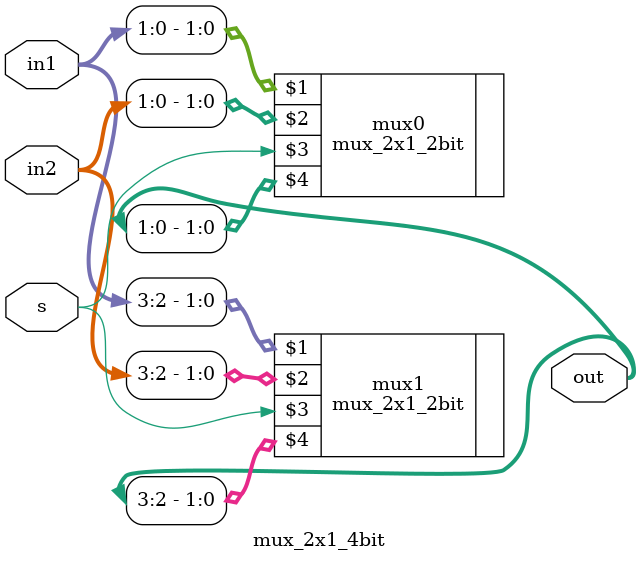
<source format=v>
module mux_2x1_4bit (input [3:0] in1, input [3:0] in2, input s, output [3:0] out);
	mux_2x1_2bit mux0 (in1[1:0], in2[1:0], s, out[1:0]);
	mux_2x1_2bit mux1 (in1[3:2], in2[3:2], s, out[3:2]);
endmodule
</source>
